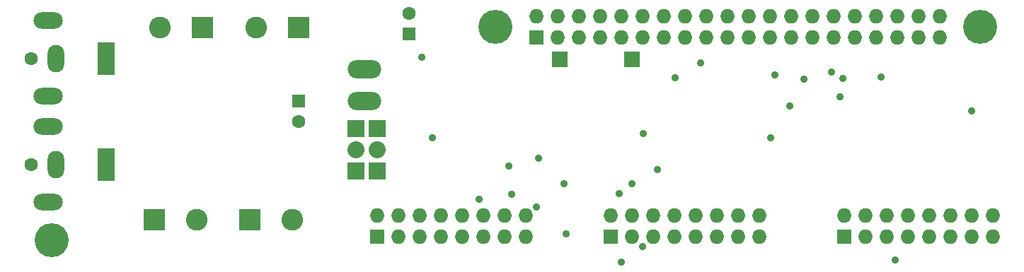
<source format=gbr>
%TF.GenerationSoftware,KiCad,Pcbnew,(6.0.0)*%
%TF.CreationDate,2022-06-25T21:25:22+02:00*%
%TF.ProjectId,active3-rpi-hub75-adapter,61637469-7665-4332-9d72-70692d687562,rev?*%
%TF.SameCoordinates,Original*%
%TF.FileFunction,Soldermask,Bot*%
%TF.FilePolarity,Negative*%
%FSLAX46Y46*%
G04 Gerber Fmt 4.6, Leading zero omitted, Abs format (unit mm)*
G04 Created by KiCad (PCBNEW (6.0.0)) date 2022-06-25 21:25:22*
%MOMM*%
%LPD*%
G01*
G04 APERTURE LIST*
%ADD10R,1.727200X1.727200*%
%ADD11O,1.727200X1.727200*%
%ADD12C,4.064000*%
%ADD13R,1.900000X1.900000*%
%ADD14R,1.600000X1.600000*%
%ADD15C,1.600000*%
%ADD16O,4.000000X2.200000*%
%ADD17R,2.032000X2.032000*%
%ADD18C,2.032000*%
%ADD19O,2.032000X2.032000*%
%ADD20R,2.000000X4.000000*%
%ADD21O,2.000000X3.300000*%
%ADD22O,3.500000X2.000000*%
%ADD23R,2.600000X2.600000*%
%ADD24C,2.600000*%
%ADD25C,0.889000*%
G04 APERTURE END LIST*
D10*
%TO.C,P1*%
X107950000Y-43180000D03*
D11*
X107950000Y-40640000D03*
X110490000Y-43180000D03*
X110490000Y-40640000D03*
X113030000Y-43180000D03*
X113030000Y-40640000D03*
X115570000Y-43180000D03*
X115570000Y-40640000D03*
X118110000Y-43180000D03*
X118110000Y-40640000D03*
X120650000Y-43180000D03*
X120650000Y-40640000D03*
X123190000Y-43180000D03*
X123190000Y-40640000D03*
X125730000Y-43180000D03*
X125730000Y-40640000D03*
X128270000Y-43180000D03*
X128270000Y-40640000D03*
X130810000Y-43180000D03*
X130810000Y-40640000D03*
X133350000Y-43180000D03*
X133350000Y-40640000D03*
X135890000Y-43180000D03*
X135890000Y-40640000D03*
X138430000Y-43180000D03*
X138430000Y-40640000D03*
X140970000Y-43180000D03*
X140970000Y-40640000D03*
X143510000Y-43180000D03*
X143510000Y-40640000D03*
X146050000Y-43180000D03*
X146050000Y-40640000D03*
X148590000Y-43180000D03*
X148590000Y-40640000D03*
X151130000Y-43180000D03*
X151130000Y-40640000D03*
X153670000Y-43180000D03*
X153670000Y-40640000D03*
X156210000Y-43180000D03*
X156210000Y-40640000D03*
%TD*%
D10*
%TO.C,Panel-1*%
X88900000Y-67056000D03*
D11*
X88900000Y-64516000D03*
X91440000Y-67056000D03*
X91440000Y-64516000D03*
X93980000Y-67056000D03*
X93980000Y-64516000D03*
X96520000Y-67056000D03*
X96520000Y-64516000D03*
X99060000Y-67056000D03*
X99060000Y-64516000D03*
X101600000Y-67056000D03*
X101600000Y-64516000D03*
X104140000Y-67056000D03*
X104140000Y-64516000D03*
X106680000Y-67056000D03*
X106680000Y-64516000D03*
%TD*%
D10*
%TO.C,Panel-2*%
X116840000Y-67056000D03*
D11*
X116840000Y-64516000D03*
X119380000Y-67056000D03*
X119380000Y-64516000D03*
X121920000Y-67056000D03*
X121920000Y-64516000D03*
X124460000Y-67056000D03*
X124460000Y-64516000D03*
X127000000Y-67056000D03*
X127000000Y-64516000D03*
X129540000Y-67056000D03*
X129540000Y-64516000D03*
X132080000Y-67056000D03*
X132080000Y-64516000D03*
X134620000Y-67056000D03*
X134620000Y-64516000D03*
%TD*%
D10*
%TO.C,Panel-3*%
X144780000Y-67056000D03*
D11*
X144780000Y-64516000D03*
X147320000Y-67056000D03*
X147320000Y-64516000D03*
X149860000Y-67056000D03*
X149860000Y-64516000D03*
X152400000Y-67056000D03*
X152400000Y-64516000D03*
X154940000Y-67056000D03*
X154940000Y-64516000D03*
X157480000Y-67056000D03*
X157480000Y-64516000D03*
X160020000Y-67056000D03*
X160020000Y-64516000D03*
X162560000Y-67056000D03*
X162560000Y-64516000D03*
%TD*%
D12*
%TO.C,P20*%
X103080000Y-41910000D03*
%TD*%
%TO.C,P21*%
X161080000Y-41910000D03*
%TD*%
D13*
%TO.C,P5*%
X110744000Y-45847000D03*
%TD*%
D14*
%TO.C,C5*%
X92710000Y-42799000D03*
D15*
X92710000Y-40299000D03*
%TD*%
D13*
%TO.C,P3*%
X119380000Y-45847000D03*
%TD*%
D16*
%TO.C,P2*%
X87376000Y-46990000D03*
%TD*%
%TO.C,P4*%
X87376000Y-50800000D03*
%TD*%
D17*
%TO.C,P6*%
X86360000Y-54102000D03*
X88900000Y-54102000D03*
%TD*%
D18*
%TO.C,P7*%
X86360000Y-56642000D03*
D19*
X88900000Y-56642000D03*
%TD*%
D17*
%TO.C,P8*%
X86360000Y-59182000D03*
X88900000Y-59182000D03*
%TD*%
D12*
%TO.C,*%
X50000000Y-67500000D03*
%TD*%
D15*
%TO.C,J6*%
X47500000Y-58420000D03*
D20*
X56500000Y-58420000D03*
D21*
X50500000Y-58420000D03*
D22*
X49500000Y-62920000D03*
X49500000Y-53920000D03*
%TD*%
D23*
%TO.C,J1*%
X62225000Y-65070000D03*
D24*
X67305000Y-65070000D03*
%TD*%
D23*
%TO.C,J3*%
X68000000Y-42000000D03*
D24*
X62920000Y-42000000D03*
%TD*%
D14*
%TO.C,C7*%
X79500000Y-50817621D03*
D15*
X79500000Y-53317621D03*
%TD*%
%TO.C,J5*%
X47500000Y-45720000D03*
D20*
X56500000Y-45720000D03*
D21*
X50500000Y-45720000D03*
D22*
X49500000Y-50220000D03*
X49500000Y-41220000D03*
%TD*%
D23*
%TO.C,J4*%
X79500000Y-42000000D03*
D24*
X74420000Y-42000000D03*
%TD*%
D23*
%TO.C,J2*%
X73655000Y-65070000D03*
D24*
X78735000Y-65070000D03*
%TD*%
D25*
X122448000Y-59056000D03*
X104659500Y-58655800D03*
X160000000Y-52000000D03*
X144634400Y-48160000D03*
X95500000Y-55250000D03*
X105029000Y-61976000D03*
X120750000Y-54750000D03*
X136000000Y-55250000D03*
X144310000Y-50350700D03*
X149225000Y-47951000D03*
X143270400Y-47332100D03*
X94208000Y-45594300D03*
X139973900Y-48232500D03*
X136525000Y-47724700D03*
X127635000Y-46228000D03*
X138230600Y-51450000D03*
X111520000Y-66774400D03*
X111221000Y-60767800D03*
X107940500Y-63564400D03*
X101092000Y-62611000D03*
X117884900Y-61925400D03*
X119380700Y-60713100D03*
X124587000Y-48006000D03*
X108204000Y-57658000D03*
X120650000Y-68262460D03*
X118110000Y-70104000D03*
X150876000Y-69850000D03*
M02*

</source>
